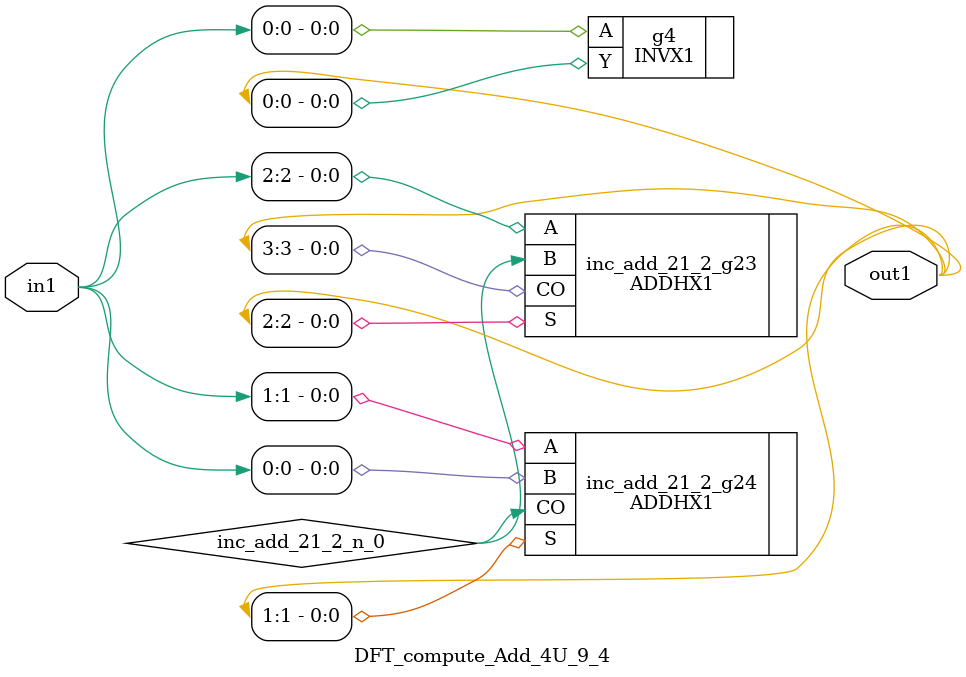
<source format=v>
`timescale 1ps / 1ps


module DFT_compute_Add_4U_9_4(in1, out1);
  input [2:0] in1;
  output [3:0] out1;
  wire [2:0] in1;
  wire [3:0] out1;
  wire inc_add_21_2_n_0;
  INVX1 g4(.A (in1[0]), .Y (out1[0]));
  ADDHX1 inc_add_21_2_g23(.A (in1[2]), .B (inc_add_21_2_n_0), .CO
       (out1[3]), .S (out1[2]));
  ADDHX1 inc_add_21_2_g24(.A (in1[1]), .B (in1[0]), .CO
       (inc_add_21_2_n_0), .S (out1[1]));
endmodule



</source>
